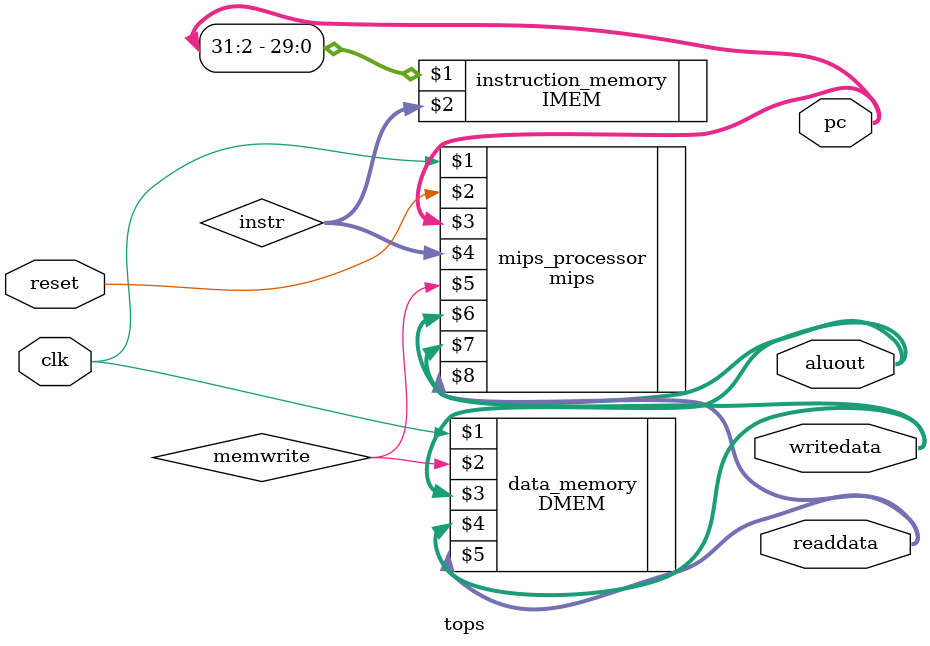
<source format=v>
module tops(
  input clk, reset,
  output [31:0] pc,
  output [31:0] aluout, 
  output [31:0] writedata,
  output [31:0] readdata
  );
  
  wire [31:0] instr;
  wire memwrite;
  
  //Data Memory
  DMEM data_memory(clk, memwrite, aluout, writedata, readdata);
  
  //Instruction Memomry
  IMEM instruction_memory(pc[31:2], instr);
  
  //Mips processor
  mips mips_processor(clk, reset, pc, instr, memwrite, aluout, writedata, readdata);
endmodule

</source>
